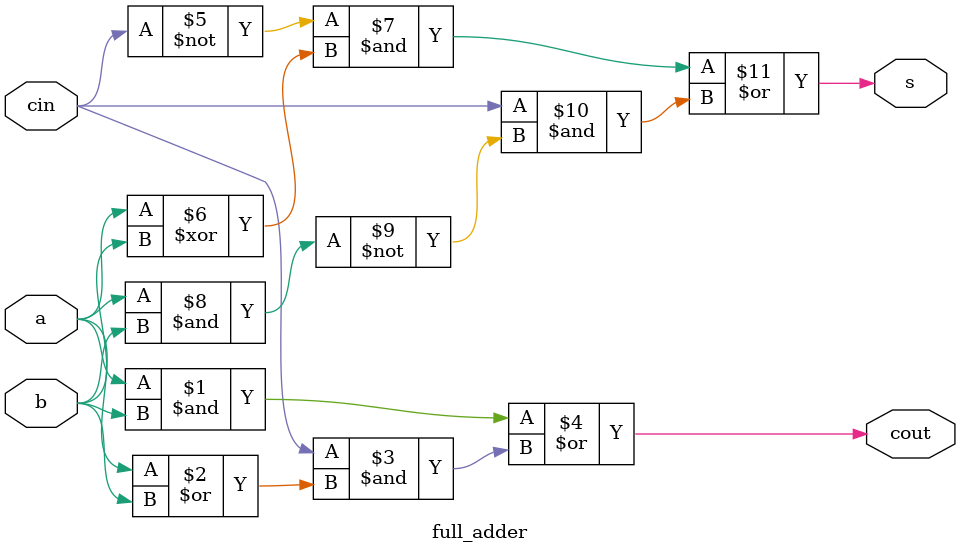
<source format=v>
`timescale 1ns / 1ps


module full_adder(a, b, cin, s, cout);
    input a, b, cin;
    output s, cout;
    
    assign cout = (a & b) | (cin & (a | b));
    assign s = ~cin & (a ^ b) | cin & ~(a & b);
endmodule

</source>
